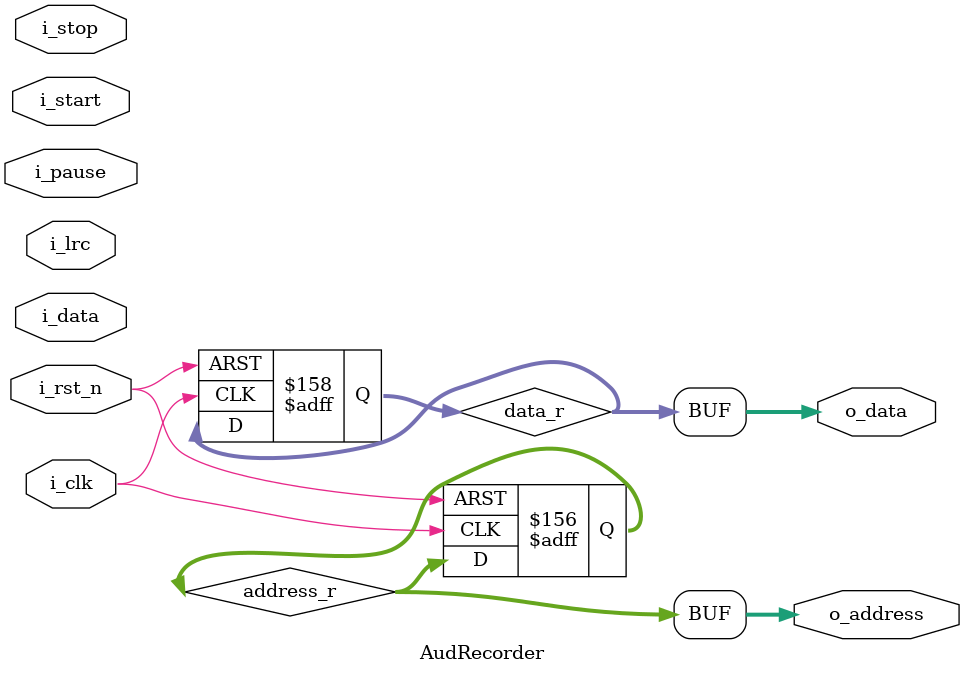
<source format=sv>
module AudRecorder (
    input i_rst_n,
    input i_clk,
    input i_lrc,
    input i_start,
    input i_pause,
    input i_stop,
    input i_data,
    output [19:0] o_address,
    output [15:0] o_data
);

    parameter S_IDLE = 0;
    parameter S_PREP = 1;
    parameter S_WAIT = 2;
    parameter S_RECD = 3;
    parameter S_DONE = 4;

    logic [2:0] state_r, state_w;
    logic [19:0] address_r, address_w;
    logic [15:0] rec_data_r, rec_data_w;
    logic [15:0] data_r, data_w;
    logic [4:0] counter_r, counter_w;

    logic start_rec;

    assign o_address = address_r;
    assign o_data = data_r;

    always_comb begin
        state_w = state_r;
        address_w = address_r;
        rec_data_w = rec_data_r;
        data_w = data_r;
        counter_w = counter_r;

        case (state_r)
            S_IDLE: begin
                counter_w = 0;
                if (i_start) begin
                    if (!i_lrc) begin
                        state_w = S_PREP;
                    end
                end
            end
            S_PREP: begin
                if (i_lrc) begin
                    state_w = S_WAIT;
                end
            end
            S_WAIT: begin
                if (!i_lrc) begin
                    state_w = S_RECD;
                end
            end
            S_RECD: begin
                if (counter_r < 16) begin
                    rec_data_w = {rec_data_r[14:0], i_data};
                    counter_w  = counter_r + 1;
                end else begin
                    state_w = S_DONE;
                end
            end
            S_DONE: begin
                if (i_stop) begin
                    address_w = 0;
                    state_w   = S_IDLE;
                end else if (i_pause) begin
                    start_w = S_IDLE;
                end else begin
                    data_w = rec_data_r;
                    address_w = address_r + 1;
                    state_w = S_PREP;
                end
            end
        endcase
    end

    always_ff @(posedge i_clk or negedge i_rst_n) begin
        if (!i_rst_n) begin
            state_r <= S_IDLE;
            address_r <= 20'b0;
            rec_data_r <= 16'b0;
            data_r <= 16'b0;
            counter_r <= 5'b0;
        end else begin
            state_r <= state_w;
            address_r <= address_r;
            rec_data_r <= rec_data_w;
            data_r <= data_r;
            counter_r <= counter_w;
        end
    end

endmodule

</source>
